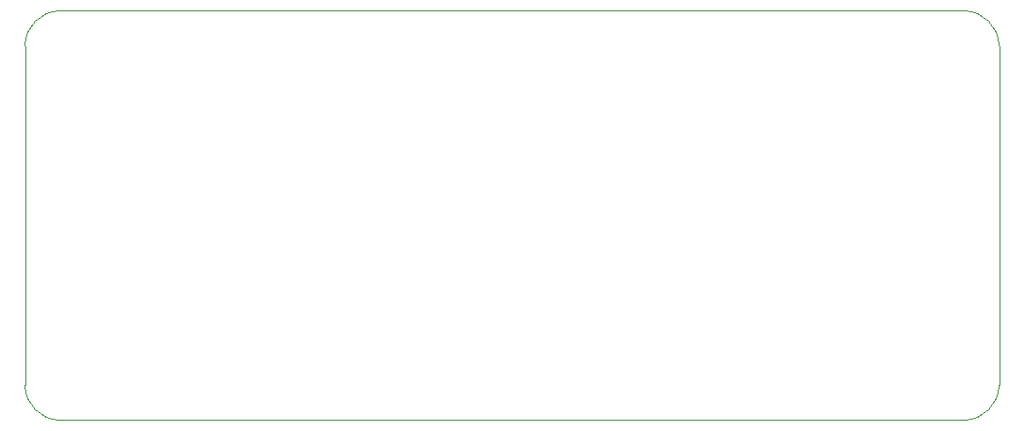
<source format=gm1>
%TF.GenerationSoftware,KiCad,Pcbnew,7.0.7*%
%TF.CreationDate,2023-09-28T15:42:35-05:00*%
%TF.ProjectId,iowa-rover-kiosk-lamps,696f7761-2d72-46f7-9665-722d6b696f73,rev?*%
%TF.SameCoordinates,Original*%
%TF.FileFunction,Profile,NP*%
%FSLAX46Y46*%
G04 Gerber Fmt 4.6, Leading zero omitted, Abs format (unit mm)*
G04 Created by KiCad (PCBNEW 7.0.7) date 2023-09-28 15:42:35*
%MOMM*%
%LPD*%
G01*
G04 APERTURE LIST*
%TA.AperFunction,Profile*%
%ADD10C,0.100000*%
%TD*%
G04 APERTURE END LIST*
D10*
X158750000Y-66675000D02*
G75*
G03*
X161925000Y-63500000I0J3175000D01*
G01*
X161925000Y-33020000D02*
G75*
G03*
X158750000Y-29845000I-3175000J0D01*
G01*
X158750000Y-29845000D02*
X77470000Y-29845000D01*
X74295000Y-63500000D02*
G75*
G03*
X77470000Y-66675000I3175000J0D01*
G01*
X161925000Y-63500000D02*
X161925000Y-33020000D01*
X77470000Y-66675000D02*
X158750000Y-66675000D01*
X77470000Y-29845000D02*
G75*
G03*
X74295000Y-33020000I0J-3175000D01*
G01*
X74295000Y-33020000D02*
X74295000Y-63500000D01*
M02*

</source>
